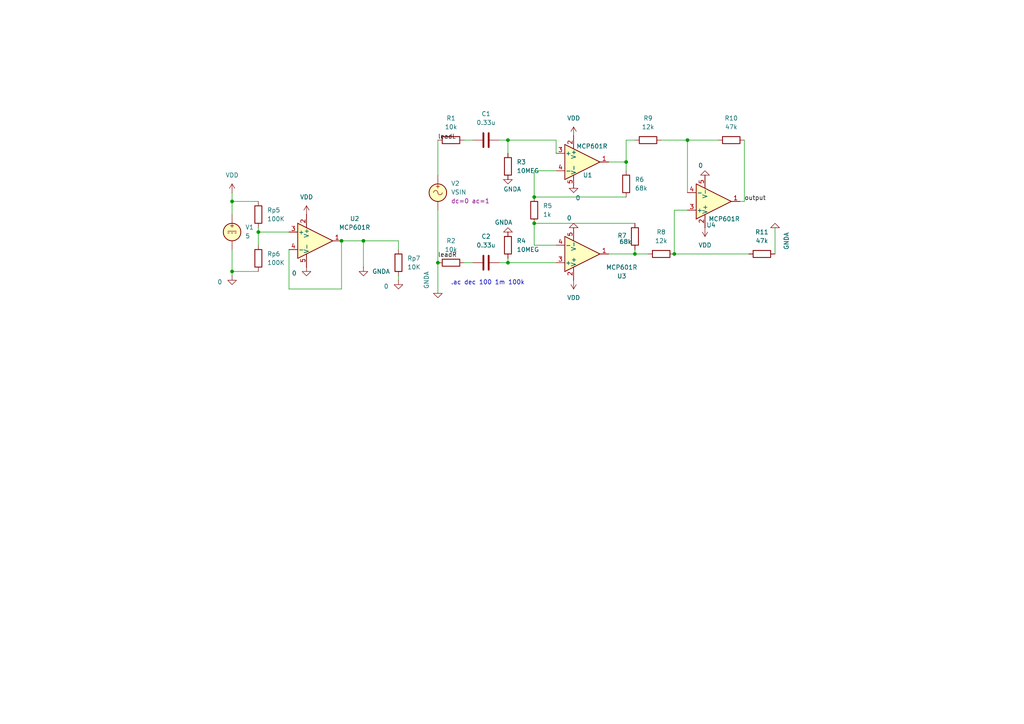
<source format=kicad_sch>
(kicad_sch (version 20250114) (generator "eeschema") (generator_version "9.0")
  (paper "A4")
  (lib_symbols
    (symbol "Amplifier_Operational:MCP601R" (pin_names (offset 0.127))
      (property "Reference" "U" (at 0 5.08 0))
      (property "Value" "MCP601R" (at 0 -5.08 0))
      (symbol "MCP601R_0_1"
        (polyline (pts (xy -5.08 5.08) (xy 5.08 0) (xy -5.08 -5.08) (xy -5.08 5.08)) (stroke (width 0.254)) (fill (type background)))
      )
      (symbol "MCP601R_1_1"
        (pin input line (at -7.62 2.54 0) (length 2.54) (name "+") (number "3"))
        (pin input line (at -7.62 -2.54 0) (length 2.54) (name "-") (number "4"))
        (pin power_in line (at -2.54 7.62 270) (length 3.81) (name "V+") (number "2"))
        (pin power_in line (at -2.54 -7.62 90) (length 3.81) (name "V-") (number "5"))
        (pin output line (at 7.62 0 180) (length 2.54) (name "~") (number "1"))
      )
    )
    (symbol "Device:C" (pin_numbers (hide yes)) (pin_names (offset 0.254))
      (property "Reference" "C" (at 0.635 2.54 0))
      (property "Value" "C" (at 0.635 -2.54 0))
      (symbol "C_0_1"
        (polyline (pts (xy -2.032 0.762) (xy 2.032 0.762)) (stroke (width 0.508)))
        (polyline (pts (xy -2.032 -0.762) (xy 2.032 -0.762)) (stroke (width 0.508)))
      )
      (symbol "C_1_1"
        (pin passive line (at 0 3.81 270) (length 2.794) (name "~") (number "1"))
        (pin passive line (at 0 -3.81 90) (length 2.794) (name "~") (number "2"))
      )
    )
    (symbol "Device:R" (pin_numbers (hide yes)) (pin_names (offset 0))
      (property "Reference" "R" (at 2.032 0 90))
      (property "Value" "R" (at 0 0 90))
      (symbol "R_0_1"
        (rectangle (start -1.016 -2.54) (end 1.016 2.54) (stroke (width 0.254)))
      )
      (symbol "R_1_1"
        (pin passive line (at 0 3.81 270) (length 1.27) (name "~") (number "1"))
        (pin passive line (at 0 -3.81 90) (length 1.27) (name "~") (number "2"))
      )
    )
    (symbol "Simulation_SPICE:0" (power) (pin_numbers (hide yes)) (pin_names (offset 0) (hide yes))
      (property "Value" "0" (at 0 -2.54 0))
      (symbol "0_0_1"
        (polyline (pts (xy -1.27 0) (xy 0 -1.27) (xy 1.27 0) (xy -1.27 0)))
      )
      (symbol "0_1_1"
        (pin power_in line (at 0 0 0) (length 0) (name "~") (number "1"))
      )
    )
    (symbol "Simulation_SPICE:VDC" (pin_numbers (hide yes)) (pin_names (offset 0.0254))
      (property "Reference" "V" (at 2.54 2.54 0))
      (property "Value" "1" (at 2.54 0 0))
      (symbol "VDC_0_0"
        (polyline (pts (xy -1.27 0.254) (xy 1.27 0.254)))
        (polyline (pts (xy -0.762 -0.254) (xy -1.27 -0.254)))
        (polyline (pts (xy 0.254 -0.254) (xy -0.254 -0.254)))
        (polyline (pts (xy 1.27 -0.254) (xy 0.762 -0.254)))
        (text "+" (at 0 1.905 0) (effects (font (size 1.27 1.27))))
      )
      (symbol "VDC_0_1"
        (circle (center 0 0) (radius 2.54) (stroke (width 0.254)) (fill (type background)))
      )
      (symbol "VDC_1_1"
        (pin passive line (at 0 5.08 270) (length 2.54) (name "~") (number "1"))
        (pin passive line (at 0 -5.08 90) (length 2.54) (name "~") (number "2"))
      )
    )
    (symbol "Simulation_SPICE:VSIN" (pin_numbers (hide yes)) (pin_names (offset 0.0254))
      (property "Reference" "V" (at 2.54 2.54 0))
      (property "Value" "VSIN" (at 2.54 0 0))
      (property "Sim.Params" "dc=0 ampl=1 f=1k ac=1" (at 2.54 -2.54 0))
      (symbol "VSIN_0_0"
        (arc (start -1.27 0) (mid -0.635 0.6323) (end 0 0))
        (arc (start 1.27 0) (mid 0.635 -0.6323) (end 0 0))
        (text "+" (at 0 1.905 0) (effects (font (size 1.27 1.27))))
      )
      (symbol "VSIN_0_1"
        (circle (center 0 0) (radius 2.54) (stroke (width 0.254)) (fill (type background)))
      )
      (symbol "VSIN_1_1"
        (pin passive line (at 0 5.08 270) (length 2.54) (name "~") (number "1"))
        (pin passive line (at 0 -5.08 90) (length 2.54) (name "~") (number "2"))
      )
    )
    (symbol "power:GND" (power) (pin_numbers (hide yes)) (pin_names (offset 0) (hide yes))
      (property "Value" "GND" (at 0 -3.81 0))
      (symbol "GND_0_1"
        (polyline (pts (xy 0 0) (xy 0 -1.27) (xy 1.27 -1.27) (xy 0 -2.54) (xy -1.27 -1.27) (xy 0 -1.27)))
      )
      (symbol "GND_1_1"
        (pin power_in line (at 0 0 270) (length 0) (name "~") (number "1"))
      )
    )
    (symbol "power:VDD" (power) (pin_numbers (hide yes)) (pin_names (offset 0) (hide yes))
      (property "Value" "VDD" (at 0 3.556 0))
      (symbol "VDD_0_1"
        (polyline (pts (xy -0.762 1.27) (xy 0 2.54)))
        (polyline (pts (xy 0 2.54) (xy 0.762 1.27)))
        (polyline (pts (xy 0 0) (xy 0 2.54)))
      )
      (symbol "VDD_1_1"
        (pin power_in line (at 0 0 90) (length 0) (name "~") (number "1"))
      )
    )
  )
  (text ".ac dec 100 1m 100k" (at 141.478 82.042 0) (effects (font (size 1.27 1.27))))
  (junction (at 74.93 67.31))
  (junction (at 105.41 69.85))
  (junction (at 195.58 73.66))
  (junction (at 147.32 40.64))
  (junction (at 127 76.2))
  (junction (at 67.31 58.42))
  (junction (at 147.32 76.2))
  (junction (at 99.06 69.85))
  (junction (at 154.94 57.15))
  (junction (at 154.94 64.77))
  (junction (at 184.15 73.66))
  (junction (at 67.31 78.74))
  (junction (at 181.61 46.99))
  (junction (at 199.39 40.64))
  (wire (pts (xy 215.9 40.64) (xy 215.9 58.42)))
  (wire (pts (xy 67.31 78.74) (xy 67.31 72.39)))
  (wire (pts (xy 199.39 40.64) (xy 199.39 55.88)))
  (wire (pts (xy 161.29 71.12) (xy 154.94 71.12)))
  (wire (pts (xy 67.31 80.01) (xy 67.31 78.74)))
  (wire (pts (xy 105.41 69.85) (xy 115.57 69.85)))
  (wire (pts (xy 127 50.8) (xy 127 40.64)))
  (wire (pts (xy 74.93 78.74) (xy 67.31 78.74)))
  (wire (pts (xy 154.94 57.15) (xy 181.61 57.15)))
  (wire (pts (xy 147.32 74.93) (xy 147.32 76.2)))
  (wire (pts (xy 184.15 73.66) (xy 187.96 73.66)))
  (wire (pts (xy 181.61 46.99) (xy 181.61 49.53)))
  (wire (pts (xy 154.94 49.53) (xy 154.94 57.15)))
  (wire (pts (xy 67.31 58.42) (xy 67.31 55.88)))
  (wire (pts (xy 184.15 40.64) (xy 181.61 40.64)))
  (wire (pts (xy 74.93 67.31) (xy 74.93 71.12)))
  (wire (pts (xy 161.29 49.53) (xy 154.94 49.53)))
  (wire (pts (xy 181.61 40.64) (xy 181.61 46.99)))
  (wire (pts (xy 144.78 76.2) (xy 147.32 76.2)))
  (wire (pts (xy 127 76.2) (xy 127 85.09)))
  (wire (pts (xy 195.58 73.66) (xy 195.58 60.96)))
  (wire (pts (xy 147.32 40.64) (xy 161.29 40.64)))
  (wire (pts (xy 99.06 69.85) (xy 99.06 83.82)))
  (wire (pts (xy 224.79 66.04) (xy 224.79 73.66)))
  (wire (pts (xy 214.63 58.42) (xy 215.9 58.42)))
  (wire (pts (xy 147.32 40.64) (xy 147.32 44.45)))
  (wire (pts (xy 105.41 69.85) (xy 105.41 77.47)))
  (wire (pts (xy 144.78 40.64) (xy 147.32 40.64)))
  (wire (pts (xy 208.28 40.64) (xy 199.39 40.64)))
  (wire (pts (xy 115.57 69.85) (xy 115.57 72.39)))
  (wire (pts (xy 74.93 58.42) (xy 67.31 58.42)))
  (wire (pts (xy 176.53 73.66) (xy 184.15 73.66)))
  (wire (pts (xy 74.93 67.31) (xy 83.82 67.31)))
  (wire (pts (xy 115.57 80.01) (xy 115.57 81.28)))
  (wire (pts (xy 147.32 76.2) (xy 161.29 76.2)))
  (wire (pts (xy 217.17 73.66) (xy 195.58 73.66)))
  (wire (pts (xy 161.29 40.64) (xy 161.29 44.45)))
  (wire (pts (xy 176.53 46.99) (xy 181.61 46.99)))
  (wire (pts (xy 83.82 72.39) (xy 83.82 83.82)))
  (wire (pts (xy 99.06 69.85) (xy 105.41 69.85)))
  (wire (pts (xy 184.15 72.39) (xy 184.15 73.66)))
  (wire (pts (xy 191.77 40.64) (xy 199.39 40.64)))
  (wire (pts (xy 67.31 58.42) (xy 67.31 62.23)))
  (wire (pts (xy 127 60.96) (xy 127 76.2)))
  (wire (pts (xy 134.62 40.64) (xy 137.16 40.64)))
  (wire (pts (xy 195.58 60.96) (xy 199.39 60.96)))
  (wire (pts (xy 154.94 64.77) (xy 184.15 64.77)))
  (wire (pts (xy 83.82 83.82) (xy 99.06 83.82)))
  (wire (pts (xy 134.62 76.2) (xy 137.16 76.2)))
  (wire (pts (xy 74.93 66.04) (xy 74.93 67.31)))
  (wire (pts (xy 154.94 71.12) (xy 154.94 64.77)))
  (label "leadR" (at 127 74.93 0))
  (label "leadL" (at 127 40.64 0))
  (label "output" (at 215.9 58.42 0))
  (symbol (lib_id "Amplifier_Operational:MCP601R") (at 207.01 58.42 0) (mirror x) (unit 1)
    (property "Reference" "U4" (at 206.248 65.278 0))
    (property "Value" "MCP601R" (at 210.058 63.5 0))
    (property "Footprint" "Package_TO_SOT_SMD:SOT-23-5" (effects (hide yes)))
    (property "Datasheet" "https://ww1.microchip.com/downloads/en/DeviceDoc/21314g.pdf" (effects (hide yes)))
    (property "Description" "Single 2.7V to 6.0V Single Supply CMOS Op Amps, SOT-23-5" (effects (hide yes)))
    (property "Sim.Library" "/home/pepika/work/faks/medicinska_elektronika/vezba1/MCP601_opamp.txt" (effects (hide yes)))
    (property "Sim.Name" "MCP601" (effects (hide yes)))
    (property "Sim.Device" "SUBCKT" (effects (hide yes)))
    (property "Sim.Pins" "1=5 2=3 3=1 4=2 5=4" (effects (hide yes)))
  )
  (symbol (lib_id "power:GND") (at 115.57 81.28 0) (unit 1)
    (property "Reference" "#PWR07" (effects (hide yes)))
    (property "Value" "0" (at 112.014 83.058 0))
    (property "Description" "Power symbol creates a global label with name \"GND\" , ground" (effects (hide yes)))
  )
  (symbol (lib_id "Device:C") (at 140.97 76.2 90) (unit 1)
    (property "Reference" "C2" (at 140.97 68.58 90))
    (property "Value" "0.33u" (at 140.97 71.12 90))
    (property "Description" "Unpolarized capacitor" (effects (hide yes)))
  )
  (symbol (lib_id "Device:C") (at 140.97 40.64 90) (unit 1)
    (property "Reference" "C1" (at 140.97 33.02 90))
    (property "Value" "0.33u" (at 140.97 35.56 90))
    (property "Description" "Unpolarized capacitor" (effects (hide yes)))
  )
  (symbol (lib_id "power:GND") (at 105.41 77.47 0) (unit 1)
    (property "Reference" "#PWR08" (effects (hide yes)))
    (property "Value" "GNDA" (at 107.95 78.7399 0) (effects (justify left)))
    (property "Description" "Power symbol creates a global label with name \"GND\" , ground" (effects (hide yes)))
  )
  (symbol (lib_id "power:GND") (at 88.9 77.47 0) (unit 1)
    (property "Reference" "#PWR06" (effects (hide yes)))
    (property "Value" "0" (at 85.344 79.248 0))
    (property "Description" "Power symbol creates a global label with name \"GND\" , ground" (effects (hide yes)))
  )
  (symbol (lib_id "Simulation_SPICE:0") (at 147.32 67.31 180) (unit 1)
    (property "Reference" "#GND06" (effects (hide yes)))
    (property "Value" "GNDA" (at 146.05 64.516 0))
    (property "Datasheet" "https://ngspice.sourceforge.io/docs/ngspice-html-manual/manual.xhtml#subsec_Circuit_elements__device" (effects (hide yes)))
    (property "Description" "0V reference potential for simulation" (effects (hide yes)))
  )
  (symbol (lib_id "Device:R") (at 212.09 40.64 270) (unit 1)
    (property "Reference" "R10" (at 212.09 34.29 90))
    (property "Value" "47k" (at 212.09 36.83 90))
    (property "Description" "Resistor" (effects (hide yes)))
  )
  (symbol (lib_id "Simulation_SPICE:0") (at 224.79 66.04 180) (unit 1)
    (property "Reference" "#GND04" (effects (hide yes)))
    (property "Value" "GNDA" (at 228.092 67.31 90) (effects (justify left)))
    (property "Datasheet" "https://ngspice.sourceforge.io/docs/ngspice-html-manual/manual.xhtml#subsec_Circuit_elements__device" (effects (hide yes)))
    (property "Description" "0V reference potential for simulation" (effects (hide yes)))
  )
  (symbol (lib_id "Simulation_SPICE:0") (at 127 85.09 0) (unit 1)
    (property "Reference" "#GND07" (effects (hide yes)))
    (property "Value" "GNDA" (at 123.698 83.82 90) (effects (justify left)))
    (property "Datasheet" "https://ngspice.sourceforge.io/docs/ngspice-html-manual/manual.xhtml#subsec_Circuit_elements__device" (effects (hide yes)))
    (property "Description" "0V reference potential for simulation" (effects (hide yes)))
  )
  (symbol (lib_id "Device:R") (at 147.32 71.12 0) (unit 1)
    (property "Reference" "R4" (at 149.86 69.8499 0) (effects (justify left)))
    (property "Value" "10MEG" (at 149.86 72.3899 0) (effects (justify left)))
    (property "Description" "Resistor" (effects (hide yes)))
  )
  (symbol (lib_id "Device:R") (at 74.93 62.23 0) (unit 1)
    (property "Reference" "Rp5" (at 77.47 60.9599 0) (effects (justify left)))
    (property "Value" "100K" (at 77.47 63.4999 0) (effects (justify left)))
    (property "Description" "Resistor" (effects (hide yes)))
  )
  (symbol (lib_id "Device:R") (at 130.81 76.2 90) (unit 1)
    (property "Reference" "R2" (at 130.81 69.85 90))
    (property "Value" "10k" (at 130.81 72.39 90))
    (property "Description" "Resistor" (effects (hide yes)))
  )
  (symbol (lib_id "Device:R") (at 220.98 73.66 270) (unit 1)
    (property "Reference" "R11" (at 220.98 67.31 90))
    (property "Value" "47k" (at 220.98 69.85 90))
    (property "Description" "Resistor" (effects (hide yes)))
  )
  (symbol (lib_id "Device:R") (at 115.57 76.2 0) (unit 1)
    (property "Reference" "Rp7" (at 118.11 74.9299 0) (effects (justify left)))
    (property "Value" "10K" (at 118.11 77.4699 0) (effects (justify left)))
    (property "Description" "Resistor" (effects (hide yes)))
  )
  (symbol (lib_id "Device:R") (at 74.93 74.93 0) (unit 1)
    (property "Reference" "Rp6" (at 77.47 73.6599 0) (effects (justify left)))
    (property "Value" "100K" (at 77.47 76.1999 0) (effects (justify left)))
    (property "Description" "Resistor" (effects (hide yes)))
  )
  (symbol (lib_id "Device:R") (at 130.81 40.64 90) (unit 1)
    (property "Reference" "R1" (at 130.81 34.29 90))
    (property "Value" "10k" (at 130.81 36.83 90))
    (property "Description" "Resistor" (effects (hide yes)))
  )
  (symbol (lib_id "power:GND") (at 67.31 80.01 0) (unit 1)
    (property "Reference" "#PWR01" (effects (hide yes)))
    (property "Value" "0" (at 63.754 81.788 0))
    (property "Description" "Power symbol creates a global label with name \"GND\" , ground" (effects (hide yes)))
  )
  (symbol (lib_id "Simulation_SPICE:0") (at 166.37 54.61 0) (unit 1)
    (property "Reference" "#GND02" (effects (hide yes)))
    (property "Value" "0" (at 167.64 57.404 0))
    (property "Datasheet" "https://ngspice.sourceforge.io/docs/ngspice-html-manual/manual.xhtml#subsec_Circuit_elements__device" (effects (hide yes)))
    (property "Description" "0V reference potential for simulation" (effects (hide yes)))
  )
  (symbol (lib_id "power:VDD") (at 166.37 39.37 0) (unit 1)
    (property "Reference" "#PWR02" (effects (hide yes)))
    (property "Value" "VDD" (at 166.37 34.29 0))
    (property "Description" "Power symbol creates a global label with name \"VDD\"" (effects (hide yes)))
  )
  (symbol (lib_id "Device:R") (at 181.61 53.34 0) (unit 1)
    (property "Reference" "R6" (at 184.15 52.0699 0) (effects (justify left)))
    (property "Value" "68k" (at 184.15 54.6099 0) (effects (justify left)))
    (property "Description" "Resistor" (effects (hide yes)))
  )
  (symbol (lib_id "Simulation_SPICE:0") (at 147.32 52.07 0) (unit 1)
    (property "Reference" "#GND05" (effects (hide yes)))
    (property "Value" "GNDA" (at 148.59 54.864 0))
    (property "Datasheet" "https://ngspice.sourceforge.io/docs/ngspice-html-manual/manual.xhtml#subsec_Circuit_elements__device" (effects (hide yes)))
    (property "Description" "0V reference potential for simulation" (effects (hide yes)))
  )
  (symbol (lib_id "power:VDD") (at 166.37 81.28 180) (unit 1)
    (property "Reference" "#PWR03" (effects (hide yes)))
    (property "Value" "VDD" (at 166.37 86.36 0))
    (property "Description" "Power symbol creates a global label with name \"VDD\"" (effects (hide yes)))
  )
  (symbol (lib_id "Device:R") (at 154.94 60.96 180) (unit 1)
    (property "Reference" "R5" (at 157.48 59.6899 0) (effects (justify right)))
    (property "Value" "1k" (at 157.48 62.2299 0) (effects (justify right)))
    (property "Description" "Resistor" (effects (hide yes)))
  )
  (symbol (lib_id "Amplifier_Operational:MCP601R") (at 168.91 73.66 0) (mirror x) (unit 1)
    (property "Reference" "U3" (at 180.34 80.0802 0))
    (property "Value" "MCP601R" (at 180.34 77.5402 0))
    (property "Footprint" "Package_TO_SOT_SMD:SOT-23-5" (effects (hide yes)))
    (property "Datasheet" "https://ww1.microchip.com/downloads/en/DeviceDoc/21314g.pdf" (effects (hide yes)))
    (property "Description" "Single 2.7V to 6.0V Single Supply CMOS Op Amps, SOT-23-5" (effects (hide yes)))
    (property "Sim.Library" "/home/pepika/work/faks/medicinska_elektronika/vezba1/MCP601_opamp.txt" (effects (hide yes)))
    (property "Sim.Name" "MCP601" (effects (hide yes)))
    (property "Sim.Device" "SUBCKT" (effects (hide yes)))
    (property "Sim.Pins" "1=5 2=3 3=1 4=2 5=4" (effects (hide yes)))
  )
  (symbol (lib_id "Simulation_SPICE:0") (at 204.47 50.8 180) (unit 1)
    (property "Reference" "#GND03" (effects (hide yes)))
    (property "Value" "0" (at 203.2 48.006 0))
    (property "Datasheet" "https://ngspice.sourceforge.io/docs/ngspice-html-manual/manual.xhtml#subsec_Circuit_elements__device" (effects (hide yes)))
    (property "Description" "0V reference potential for simulation" (effects (hide yes)))
  )
  (symbol (lib_id "power:VDD") (at 88.9 62.23 0) (unit 1)
    (property "Reference" "#PWR010" (effects (hide yes)))
    (property "Value" "VDD" (at 88.9 57.15 0))
    (property "Description" "Power symbol creates a global label with name \"VDD\"" (effects (hide yes)))
  )
  (symbol (lib_id "power:VDD") (at 204.47 66.04 180) (unit 1)
    (property "Reference" "#PWR04" (effects (hide yes)))
    (property "Value" "VDD" (at 204.47 71.12 0))
    (property "Description" "Power symbol creates a global label with name \"VDD\"" (effects (hide yes)))
  )
  (symbol (lib_id "power:VDD") (at 67.31 55.88 0) (unit 1)
    (property "Reference" "#PWR09" (effects (hide yes)))
    (property "Value" "VDD" (at 67.31 50.8 0))
    (property "Description" "Power symbol creates a global label with name \"VDD\"" (effects (hide yes)))
  )
  (symbol (lib_id "Device:R") (at 147.32 48.26 0) (unit 1)
    (property "Reference" "R3" (at 149.86 46.9899 0) (effects (justify left)))
    (property "Value" "10MEG" (at 149.86 49.5299 0) (effects (justify left)))
    (property "Description" "Resistor" (effects (hide yes)))
  )
  (symbol (lib_id "Simulation_SPICE:0") (at 166.37 66.04 180) (unit 1)
    (property "Reference" "#GND01" (effects (hide yes)))
    (property "Value" "0" (at 165.1 63.246 0))
    (property "Datasheet" "https://ngspice.sourceforge.io/docs/ngspice-html-manual/manual.xhtml#subsec_Circuit_elements__device" (effects (hide yes)))
    (property "Description" "0V reference potential for simulation" (effects (hide yes)))
  )
  (symbol (lib_id "Amplifier_Operational:MCP601R") (at 91.44 69.85 0) (unit 1)
    (property "Reference" "U2" (at 102.87 63.4298 0))
    (property "Value" "MCP601R" (at 102.87 65.9698 0))
    (property "Footprint" "Package_TO_SOT_SMD:SOT-23-5" (effects (hide yes)))
    (property "Datasheet" "https://ww1.microchip.com/downloads/en/DeviceDoc/21314g.pdf" (effects (hide yes)))
    (property "Description" "Single 2.7V to 6.0V Single Supply CMOS Op Amps, SOT-23-5" (effects (hide yes)))
    (property "Sim.Library" "/home/pepika/work/faks/medicinska_elektronika/vezba1/MCP601_opamp.txt" (effects (hide yes)))
    (property "Sim.Name" "MCP601" (effects (hide yes)))
    (property "Sim.Device" "SUBCKT" (effects (hide yes)))
    (property "Sim.Pins" "1=5 2=3 3=1 4=2 5=4" (effects (hide yes)))
  )
  (symbol (lib_id "Simulation_SPICE:VDC") (at 67.31 67.31 0) (unit 1)
    (property "Reference" "V1" (at 71.12 65.9101 0) (effects (justify left)))
    (property "Value" "5" (at 71.12 68.4501 0) (effects (justify left)))
    (property "Datasheet" "https://ngspice.sourceforge.io/docs/ngspice-html-manual/manual.xhtml#sec_Independent_Sources_for" (effects (hide yes)))
    (property "Description" "Voltage source, DC" (effects (hide yes)))
    (property "Sim.Pins" "1=+ 2=-" (effects (hide yes)))
    (property "Sim.Type" "DC" (effects (hide yes)))
    (property "Sim.Device" "V" (effects (hide yes)))
  )
  (symbol (lib_id "Device:R") (at 184.15 68.58 0) (unit 1)
    (property "Reference" "R7" (at 179.07 68.326 0) (effects (justify left)))
    (property "Value" "68k" (at 179.578 70.104 0) (effects (justify left)))
    (property "Description" "Resistor" (effects (hide yes)))
  )
  (symbol (lib_id "Device:R") (at 191.77 73.66 270) (unit 1)
    (property "Reference" "R8" (at 191.77 67.31 90))
    (property "Value" "12k" (at 191.77 69.85 90))
    (property "Description" "Resistor" (effects (hide yes)))
  )
  (symbol (lib_id "Simulation_SPICE:VSIN") (at 127 55.88 0) (unit 1)
    (property "Reference" "V2" (at 130.81 53.2101 0) (effects (justify left)))
    (property "Value" "VSIN" (at 130.81 55.7501 0) (effects (justify left)))
    (property "Datasheet" "https://ngspice.sourceforge.io/docs/ngspice-html-manual/manual.xhtml#sec_Independent_Sources_for" (effects (hide yes)))
    (property "Description" "Voltage source, sinusoidal" (effects (hide yes)))
    (property "Sim.Pins" "1=+ 2=-" (effects (hide yes)))
    (property "Sim.Params" "dc=0 ac=1" (at 130.81 58.2901 0) (effects (justify left)))
    (property "Sim.Type" "SIN" (effects (hide yes)))
    (property "Sim.Device" "V" (effects (hide yes)))
  )
  (symbol (lib_id "Device:R") (at 187.96 40.64 270) (unit 1)
    (property "Reference" "R9" (at 187.96 34.29 90))
    (property "Value" "12k" (at 187.96 36.83 90))
    (property "Description" "Resistor" (effects (hide yes)))
  )
  (symbol (lib_id "Amplifier_Operational:MCP601R") (at 168.91 46.99 0) (unit 1)
    (property "Reference" "U1" (at 170.434 50.8 0))
    (property "Value" "MCP601R" (at 171.704 42.418 0))
    (property "Footprint" "Package_TO_SOT_SMD:SOT-23-5" (effects (hide yes)))
    (property "Datasheet" "https://ww1.microchip.com/downloads/en/DeviceDoc/21314g.pdf" (effects (hide yes)))
    (property "Description" "Single 2.7V to 6.0V Single Supply CMOS Op Amps, SOT-23-5" (effects (hide yes)))
    (property "Sim.Library" "/home/pepika/work/faks/medicinska_elektronika/vezba1/MCP601_opamp.txt" (effects (hide yes)))
    (property "Sim.Name" "MCP601" (effects (hide yes)))
    (property "Sim.Device" "SUBCKT" (effects (hide yes)))
    (property "Sim.Pins" "1=5 2=3 3=1 4=2 5=4" (effects (hide yes)))
  )
)
</source>
